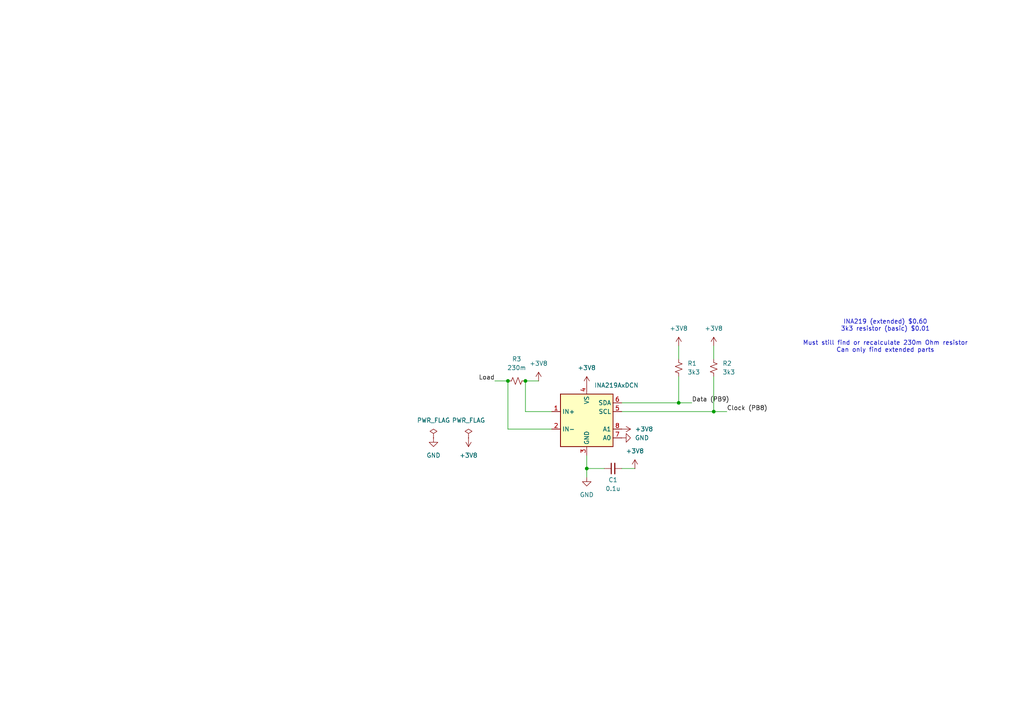
<source format=kicad_sch>
(kicad_sch (version 20231120) (generator "eeschema") (generator_version "8.0")
  (paper "A4")
  (title_block (title "INA219 Monitoring") (date "2025-03-21") (rev "v0") (company "University of Cape Town") (comment 1 "@author: Saeed Solomon"))
  (lib_symbols
    (symbol "Device:C_Small" (pin_numbers hide) (pin_names (offset 0.254) hide)
      (property "Reference" "C" (at 0.254 1.778 0))
      (property "Value" "C_Small" (at 0.254 -2.032 0))
      (symbol "C_Small_0_1"
        (polyline (pts (xy -1.524 -0.508) (xy 1.524 -0.508)) (stroke (width 0.3302)))
        (polyline (pts (xy -1.524 0.508) (xy 1.524 0.508)) (stroke (width 0.3048)))
      )
      (symbol "C_Small_1_1"
        (pin passive line (at 0 2.54 270) (length 2.032) (name "~") (number "1"))
        (pin passive line (at 0 -2.54 90) (length 2.032) (name "~") (number "2"))
      )
    )
    (symbol "Device:R_Small_US" (pin_numbers hide) (pin_names (offset 0.254) hide)
      (property "Reference" "R" (at 0.762 0.508 0))
      (property "Value" "R_Small_US" (at 0.762 -1.016 0))
      (symbol "R_Small_US_1_1"
        (polyline (pts (xy 0 0) (xy 1.016 -0.381) (xy 0 -0.762) (xy -1.016 -1.143) (xy 0 -1.524)))
        (polyline (pts (xy 0 1.524) (xy 1.016 1.143) (xy 0 0.762) (xy -1.016 0.381) (xy 0 0)))
        (pin passive line (at 0 2.54 270) (length 1.016) (name "~") (number "1"))
        (pin passive line (at 0 -2.54 90) (length 1.016) (name "~") (number "2"))
      )
    )
    (symbol "Sensor_Energy:INA219AxDCN"
      (property "Reference" "U" (at -6.35 8.89 0))
      (property "Value" "INA219AxDCN" (at 6.35 8.89 0))
      (symbol "INA219AxDCN_0_1"
        (rectangle (start -7.62 7.62) (end 7.62 -7.62) (stroke (width 0.254)) (fill (type background)))
      )
      (symbol "INA219AxDCN_1_1"
        (pin input line (at -10.16 2.54 0) (length 2.54) (name "IN+") (number "1"))
        (pin input line (at -10.16 -2.54 0) (length 2.54) (name "IN-") (number "2"))
        (pin power_in line (at 0 -10.16 90) (length 2.54) (name "GND") (number "3"))
        (pin power_in line (at 0 10.16 270) (length 2.54) (name "VS") (number "4"))
        (pin input line (at 10.16 2.54 180) (length 2.54) (name "SCL") (number "5"))
        (pin bidirectional line (at 10.16 5.08 180) (length 2.54) (name "SDA") (number "6"))
        (pin input line (at 10.16 -5.08 180) (length 2.54) (name "A0") (number "7"))
        (pin input line (at 10.16 -2.54 180) (length 2.54) (name "A1") (number "8"))
      )
    )
    (symbol "power:+3V8" (power) (pin_numbers hide) (pin_names (offset 0) hide)
      (property "Value" "+3V8" (at 0 3.556 0))
      (symbol "+3V8_0_1"
        (polyline (pts (xy -0.762 1.27) (xy 0 2.54)))
        (polyline (pts (xy 0 0) (xy 0 2.54)))
        (polyline (pts (xy 0 2.54) (xy 0.762 1.27)))
      )
      (symbol "+3V8_1_1"
        (pin power_in line (at 0 0 90) (length 0) (name "~") (number "1"))
      )
    )
    (symbol "power:GND" (power) (pin_numbers hide) (pin_names (offset 0) hide)
      (property "Value" "GND" (at 0 -3.81 0))
      (symbol "GND_0_1"
        (polyline (pts (xy 0 0) (xy 0 -1.27) (xy 1.27 -1.27) (xy 0 -2.54) (xy -1.27 -1.27) (xy 0 -1.27)))
      )
      (symbol "GND_1_1"
        (pin power_in line (at 0 0 270) (length 0) (name "~") (number "1"))
      )
    )
    (symbol "power:PWR_FLAG" (power) (pin_numbers hide) (pin_names (offset 0) hide)
      (property "Value" "PWR_FLAG" (at 0 3.81 0))
      (symbol "PWR_FLAG_0_0"
        (pin power_out line (at 0 0 90) (length 0) (name "~") (number "1"))
      )
      (symbol "PWR_FLAG_0_1"
        (polyline (pts (xy 0 0) (xy 0 1.27) (xy -1.016 1.905) (xy 0 2.54) (xy 1.016 1.905) (xy 0 1.27)))
      )
    )
  )
  (junction (at 207.01 119.38))
  (junction (at 147.32 110.49))
  (junction (at 152.4 110.49))
  (junction (at 170.18 135.89))
  (junction (at 196.85 116.84))
  (wire (pts (xy 160.02 119.38) (xy 152.4 119.38)))
  (wire (pts (xy 207.01 119.38) (xy 210.82 119.38)))
  (wire (pts (xy 196.85 109.22) (xy 196.85 116.84)))
  (wire (pts (xy 184.15 135.89) (xy 180.34 135.89)))
  (wire (pts (xy 160.02 124.46) (xy 147.32 124.46)))
  (wire (pts (xy 180.34 116.84) (xy 196.85 116.84)))
  (wire (pts (xy 170.18 132.08) (xy 170.18 135.89)))
  (wire (pts (xy 207.01 109.22) (xy 207.01 119.38)))
  (wire (pts (xy 147.32 110.49) (xy 147.32 124.46)))
  (wire (pts (xy 207.01 100.33) (xy 207.01 104.14)))
  (wire (pts (xy 196.85 116.84) (xy 200.66 116.84)))
  (wire (pts (xy 170.18 135.89) (xy 170.18 138.43)))
  (wire (pts (xy 143.51 110.49) (xy 147.32 110.49)))
  (wire (pts (xy 196.85 100.33) (xy 196.85 104.14)))
  (wire (pts (xy 175.26 135.89) (xy 170.18 135.89)))
  (wire (pts (xy 152.4 110.49) (xy 156.21 110.49)))
  (wire (pts (xy 152.4 119.38) (xy 152.4 110.49)))
  (wire (pts (xy 180.34 119.38) (xy 207.01 119.38)))
  (text "INA219 (extended) $0.60\n3k3 resistor (basic) $0.01\n\nMust still find or recalculate 230m Ohm resistor\nCan only find extended parts" (at 256.794 97.536 0) (effects (font (size 1.27 1.27))))
  (label "Data (PB9)" (at 200.66 116.84 0))
  (label "Clock (PB8)" (at 210.82 119.38 0))
  (label "Load" (at 143.51 110.49 180))
  (symbol (lib_id "power:GND") (at 180.34 127 90) (unit 1)
    (property "Reference" "#PWR09" (effects (hide yes)))
    (property "Value" "GND" (at 184.15 126.9999 90) (effects (justify right)))
    (property "Description" "Power symbol creates a global label with name \"GND\" , ground" (effects (hide yes)))
  )
  (symbol (lib_id "power:+3V8") (at 170.18 111.76 0) (unit 1)
    (property "Reference" "#PWR07" (effects (hide yes)))
    (property "Value" "+3V8" (at 170.18 106.68 0))
    (property "Description" "Power symbol creates a global label with name \"+3V8\"" (effects (hide yes)))
  )
  (symbol (lib_id "power:GND") (at 170.18 138.43 0) (unit 1)
    (property "Reference" "#PWR01" (effects (hide yes)))
    (property "Value" "GND" (at 170.18 143.51 0))
    (property "Description" "Power symbol creates a global label with name \"GND\" , ground" (effects (hide yes)))
  )
  (symbol (lib_id "power:GND") (at 125.73 127 0) (unit 1)
    (property "Reference" "#PWR02" (effects (hide yes)))
    (property "Value" "GND" (at 125.73 132.08 0))
    (property "Description" "Power symbol creates a global label with name \"GND\" , ground" (effects (hide yes)))
  )
  (symbol (lib_id "Sensor_Energy:INA219AxDCN") (at 170.18 121.92 0) (unit 1)
    (property "Reference" "U1" (effects (hide yes)))
    (property "Value" "INA219AxDCN" (at 172.3741 111.76 0) (effects (justify left)))
    (property "Footprint" "Package_TO_SOT_SMD:SOT-23-8" (effects (hide yes)))
    (property "Datasheet" "https://jlcpcb.com/api/file/downloadByFileSystemAccessId/8586200525100486656" (effects (hide yes)))
    (property "Description" "Zero-Drift, Bidirectional Current/Power Monitor (0-26V) With I2C Interface, SOT-23-8" (effects (hide yes)))
    (property "LCSC" "C87469" (effects (hide yes)))
  )
  (symbol (lib_id "power:+3V8") (at 135.89 127 180) (unit 1)
    (property "Reference" "#PWR04" (effects (hide yes)))
    (property "Value" "+3V8" (at 135.89 132.08 0))
    (property "Description" "Power symbol creates a global label with name \"+3V8\"" (effects (hide yes)))
  )
  (symbol (lib_id "Device:R_Small_US") (at 207.01 106.68 0) (unit 1)
    (property "Reference" "R2" (at 209.55 105.4099 0) (effects (justify left)))
    (property "Value" "3k3" (at 209.55 107.9499 0) (effects (justify left)))
    (property "Datasheet" "https://jlcpcb.com/api/file/downloadByFileSystemAccessId/8579706198066577408" (effects (hide yes)))
    (property "Description" "Resistor, small US symbol" (effects (hide yes)))
    (property "LCSC" "C22978" (effects (hide yes)))
  )
  (symbol (lib_id "Device:R_Small_US") (at 149.86 110.49 90) (unit 1)
    (property "Reference" "R3" (at 149.86 104.14 90))
    (property "Value" "230m" (at 149.86 106.68 90))
    (property "Description" "Resistor, small US symbol" (effects (hide yes)))
  )
  (symbol (lib_id "power:+3V8") (at 207.01 100.33 0) (unit 1)
    (property "Reference" "#PWR06" (effects (hide yes)))
    (property "Value" "+3V8" (at 207.01 95.25 0))
    (property "Description" "Power symbol creates a global label with name \"+3V8\"" (effects (hide yes)))
  )
  (symbol (lib_id "power:+3V8") (at 156.21 110.49 0) (unit 1)
    (property "Reference" "#PWR010" (effects (hide yes)))
    (property "Value" "+3V8" (at 156.21 105.41 0))
    (property "Description" "Power symbol creates a global label with name \"+3V8\"" (effects (hide yes)))
  )
  (symbol (lib_id "power:+3V8") (at 180.34 124.46 270) (unit 1)
    (property "Reference" "#PWR08" (effects (hide yes)))
    (property "Value" "+3V8" (at 184.15 124.4599 90) (effects (justify left)))
    (property "Description" "Power symbol creates a global label with name \"+3V8\"" (effects (hide yes)))
  )
  (symbol (lib_id "power:+3V8") (at 184.15 135.89 0) (unit 1)
    (property "Reference" "#PWR03" (effects (hide yes)))
    (property "Value" "+3V8" (at 184.15 130.81 0))
    (property "Description" "Power symbol creates a global label with name \"+3V8\"" (effects (hide yes)))
  )
  (symbol (lib_id "power:+3V8") (at 196.85 100.33 0) (unit 1)
    (property "Reference" "#PWR05" (effects (hide yes)))
    (property "Value" "+3V8" (at 196.85 95.25 0))
    (property "Description" "Power symbol creates a global label with name \"+3V8\"" (effects (hide yes)))
  )
  (symbol (lib_id "power:PWR_FLAG") (at 125.73 127 0) (unit 1)
    (property "Reference" "#FLG01" (effects (hide yes)))
    (property "Value" "PWR_FLAG" (at 125.73 121.92 0))
    (property "Description" "Special symbol for telling ERC where power comes from" (effects (hide yes)))
  )
  (symbol (lib_id "Device:C_Small") (at 177.8 135.89 90) (unit 1)
    (property "Reference" "C1" (at 177.8 139.192 90))
    (property "Value" "0.1u" (at 177.8 141.732 90))
    (property "Datasheet" "https://jlcpcb.com/api/file/downloadByFileSystemAccessId/8579707083955945472" (effects (hide yes)))
    (property "Description" "Unpolarized capacitor, small symbol" (effects (hide yes)))
    (property "LCSC" "C14663" (effects (hide yes)))
  )
  (symbol (lib_id "Device:R_Small_US") (at 196.85 106.68 0) (unit 1)
    (property "Reference" "R1" (at 199.39 105.4099 0) (effects (justify left)))
    (property "Value" "3k3" (at 199.39 107.9499 0) (effects (justify left)))
    (property "Datasheet" "https://jlcpcb.com/api/file/downloadByFileSystemAccessId/8579706198066577408" (effects (hide yes)))
    (property "Description" "Resistor, small US symbol" (effects (hide yes)))
    (property "LCSC" "C22978" (effects (hide yes)))
  )
  (symbol (lib_id "power:PWR_FLAG") (at 135.89 127 0) (unit 1)
    (property "Reference" "#FLG02" (effects (hide yes)))
    (property "Value" "PWR_FLAG" (at 135.89 121.92 0))
    (property "Description" "Special symbol for telling ERC where power comes from" (effects (hide yes)))
  )
)
</source>
